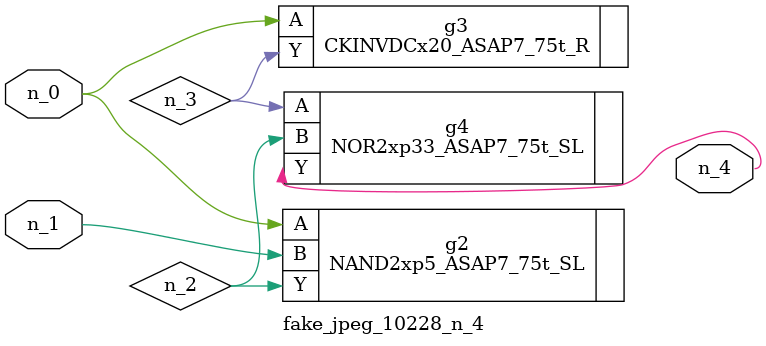
<source format=v>
module fake_jpeg_10228_n_4 (n_0, n_1, n_4);

input n_0;
input n_1;

output n_4;

wire n_3;
wire n_2;

NAND2xp5_ASAP7_75t_SL g2 ( 
.A(n_0),
.B(n_1),
.Y(n_2)
);

CKINVDCx20_ASAP7_75t_R g3 ( 
.A(n_0),
.Y(n_3)
);

NOR2xp33_ASAP7_75t_SL g4 ( 
.A(n_3),
.B(n_2),
.Y(n_4)
);


endmodule
</source>
